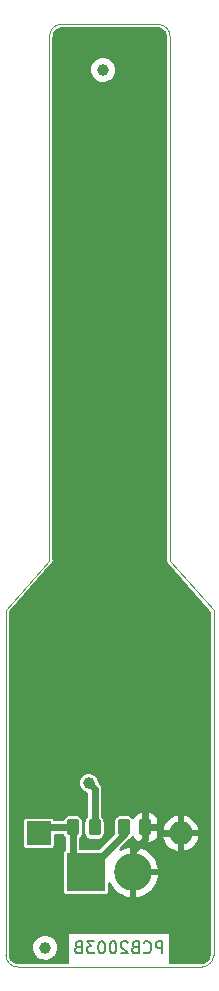
<source format=gbr>
%TF.GenerationSoftware,KiCad,Pcbnew,6.0.2-378541a8eb~116~ubuntu20.04.1*%
%TF.CreationDate,2022-02-19T19:42:58-08:00*%
%TF.ProjectId,menorah555_shamash,6d656e6f-7261-4683-9535-355f7368616d,B*%
%TF.SameCoordinates,Original*%
%TF.FileFunction,Copper,L2,Bot*%
%TF.FilePolarity,Positive*%
%FSLAX46Y46*%
G04 Gerber Fmt 4.6, Leading zero omitted, Abs format (unit mm)*
G04 Created by KiCad (PCBNEW 6.0.2-378541a8eb~116~ubuntu20.04.1) date 2022-02-19 19:42:58*
%MOMM*%
%LPD*%
G01*
G04 APERTURE LIST*
G04 Aperture macros list*
%AMRoundRect*
0 Rectangle with rounded corners*
0 $1 Rounding radius*
0 $2 $3 $4 $5 $6 $7 $8 $9 X,Y pos of 4 corners*
0 Add a 4 corners polygon primitive as box body*
4,1,4,$2,$3,$4,$5,$6,$7,$8,$9,$2,$3,0*
0 Add four circle primitives for the rounded corners*
1,1,$1+$1,$2,$3*
1,1,$1+$1,$4,$5*
1,1,$1+$1,$6,$7*
1,1,$1+$1,$8,$9*
0 Add four rect primitives between the rounded corners*
20,1,$1+$1,$2,$3,$4,$5,0*
20,1,$1+$1,$4,$5,$6,$7,0*
20,1,$1+$1,$6,$7,$8,$9,0*
20,1,$1+$1,$8,$9,$2,$3,0*%
G04 Aperture macros list end*
%TA.AperFunction,Profile*%
%ADD10C,0.050000*%
%TD*%
%ADD11C,0.150000*%
%TA.AperFunction,NonConductor*%
%ADD12C,0.150000*%
%TD*%
%TA.AperFunction,ComponentPad*%
%ADD13R,2.000000X2.000000*%
%TD*%
%TA.AperFunction,ComponentPad*%
%ADD14O,2.000000X2.000000*%
%TD*%
%TA.AperFunction,ComponentPad*%
%ADD15R,3.200000X3.200000*%
%TD*%
%TA.AperFunction,ComponentPad*%
%ADD16O,3.200000X3.200000*%
%TD*%
%TA.AperFunction,SMDPad,CuDef*%
%ADD17RoundRect,0.250000X0.262500X0.450000X-0.262500X0.450000X-0.262500X-0.450000X0.262500X-0.450000X0*%
%TD*%
%TA.AperFunction,SMDPad,CuDef*%
%ADD18RoundRect,0.250000X-0.262500X-0.450000X0.262500X-0.450000X0.262500X0.450000X-0.262500X0.450000X0*%
%TD*%
%TA.AperFunction,SMDPad,CuDef*%
%ADD19C,1.000000*%
%TD*%
%TA.AperFunction,ViaPad*%
%ADD20C,1.000000*%
%TD*%
%TA.AperFunction,Conductor*%
%ADD21C,0.600000*%
%TD*%
G04 APERTURE END LIST*
D10*
X110100000Y-64800000D02*
X118300000Y-64800000D01*
X119300000Y-110200000D02*
X123000000Y-114400000D01*
X109100000Y-110200000D02*
X105400000Y-114400000D01*
X109100000Y-65800000D02*
X109100000Y-110200000D01*
X110100000Y-64800000D02*
G75*
G03*
X109100000Y-65800000I-1J-999999D01*
G01*
X105400000Y-114400000D02*
X105400000Y-143600000D01*
X123000000Y-114400000D02*
X123000000Y-143600000D01*
X119300000Y-65800000D02*
X119300000Y-110200000D01*
X119300000Y-65800000D02*
G75*
G03*
X118300000Y-64800000I-999999J1D01*
G01*
X122000000Y-144600000D02*
G75*
G03*
X123000000Y-143600000I1J999999D01*
G01*
X106400000Y-144600000D02*
X122000000Y-144600000D01*
X105400000Y-143600000D02*
G75*
G03*
X106400000Y-144600000I999999J-1D01*
G01*
D11*
D12*
X118666666Y-143452380D02*
X118666666Y-142452380D01*
X118285714Y-142452380D01*
X118190476Y-142500000D01*
X118142857Y-142547619D01*
X118095238Y-142642857D01*
X118095238Y-142785714D01*
X118142857Y-142880952D01*
X118190476Y-142928571D01*
X118285714Y-142976190D01*
X118666666Y-142976190D01*
X117095238Y-143357142D02*
X117142857Y-143404761D01*
X117285714Y-143452380D01*
X117380952Y-143452380D01*
X117523809Y-143404761D01*
X117619047Y-143309523D01*
X117666666Y-143214285D01*
X117714285Y-143023809D01*
X117714285Y-142880952D01*
X117666666Y-142690476D01*
X117619047Y-142595238D01*
X117523809Y-142500000D01*
X117380952Y-142452380D01*
X117285714Y-142452380D01*
X117142857Y-142500000D01*
X117095238Y-142547619D01*
X116333333Y-142928571D02*
X116190476Y-142976190D01*
X116142857Y-143023809D01*
X116095238Y-143119047D01*
X116095238Y-143261904D01*
X116142857Y-143357142D01*
X116190476Y-143404761D01*
X116285714Y-143452380D01*
X116666666Y-143452380D01*
X116666666Y-142452380D01*
X116333333Y-142452380D01*
X116238095Y-142500000D01*
X116190476Y-142547619D01*
X116142857Y-142642857D01*
X116142857Y-142738095D01*
X116190476Y-142833333D01*
X116238095Y-142880952D01*
X116333333Y-142928571D01*
X116666666Y-142928571D01*
X115714285Y-142547619D02*
X115666666Y-142500000D01*
X115571428Y-142452380D01*
X115333333Y-142452380D01*
X115238095Y-142500000D01*
X115190476Y-142547619D01*
X115142857Y-142642857D01*
X115142857Y-142738095D01*
X115190476Y-142880952D01*
X115761904Y-143452380D01*
X115142857Y-143452380D01*
X114523809Y-142452380D02*
X114428571Y-142452380D01*
X114333333Y-142500000D01*
X114285714Y-142547619D01*
X114238095Y-142642857D01*
X114190476Y-142833333D01*
X114190476Y-143071428D01*
X114238095Y-143261904D01*
X114285714Y-143357142D01*
X114333333Y-143404761D01*
X114428571Y-143452380D01*
X114523809Y-143452380D01*
X114619047Y-143404761D01*
X114666666Y-143357142D01*
X114714285Y-143261904D01*
X114761904Y-143071428D01*
X114761904Y-142833333D01*
X114714285Y-142642857D01*
X114666666Y-142547619D01*
X114619047Y-142500000D01*
X114523809Y-142452380D01*
X113571428Y-142452380D02*
X113476190Y-142452380D01*
X113380952Y-142500000D01*
X113333333Y-142547619D01*
X113285714Y-142642857D01*
X113238095Y-142833333D01*
X113238095Y-143071428D01*
X113285714Y-143261904D01*
X113333333Y-143357142D01*
X113380952Y-143404761D01*
X113476190Y-143452380D01*
X113571428Y-143452380D01*
X113666666Y-143404761D01*
X113714285Y-143357142D01*
X113761904Y-143261904D01*
X113809523Y-143071428D01*
X113809523Y-142833333D01*
X113761904Y-142642857D01*
X113714285Y-142547619D01*
X113666666Y-142500000D01*
X113571428Y-142452380D01*
X112904761Y-142452380D02*
X112285714Y-142452380D01*
X112619047Y-142833333D01*
X112476190Y-142833333D01*
X112380952Y-142880952D01*
X112333333Y-142928571D01*
X112285714Y-143023809D01*
X112285714Y-143261904D01*
X112333333Y-143357142D01*
X112380952Y-143404761D01*
X112476190Y-143452380D01*
X112761904Y-143452380D01*
X112857142Y-143404761D01*
X112904761Y-143357142D01*
X111523809Y-142928571D02*
X111380952Y-142976190D01*
X111333333Y-143023809D01*
X111285714Y-143119047D01*
X111285714Y-143261904D01*
X111333333Y-143357142D01*
X111380952Y-143404761D01*
X111476190Y-143452380D01*
X111857142Y-143452380D01*
X111857142Y-142452380D01*
X111523809Y-142452380D01*
X111428571Y-142500000D01*
X111380952Y-142547619D01*
X111333333Y-142642857D01*
X111333333Y-142738095D01*
X111380952Y-142833333D01*
X111428571Y-142880952D01*
X111523809Y-142928571D01*
X111857142Y-142928571D01*
D13*
%TO.P,C19,1*%
%TO.N,Net-(C19-Pad1)*%
X108200000Y-133300000D03*
D14*
%TO.P,C19,2*%
%TO.N,GND*%
X120200000Y-133300000D03*
%TD*%
D15*
%TO.P,J3,1,In*%
%TO.N,Net-(C19-Pad1)*%
X112200000Y-136600000D03*
D16*
%TO.P,J3,2,Ext*%
%TO.N,GND*%
X116200000Y-136600000D03*
%TD*%
D17*
%TO.P,R30,1*%
%TO.N,GND*%
X117225000Y-132800000D03*
%TO.P,R30,2*%
%TO.N,Net-(C19-Pad1)*%
X115400000Y-132800000D03*
%TD*%
D18*
%TO.P,R31,1*%
%TO.N,Net-(C19-Pad1)*%
X111087500Y-132800000D03*
%TO.P,R31,2*%
%TO.N,Net-(LED1-Pad2)*%
X112912500Y-132800000D03*
%TD*%
D19*
%TO.P,FID3,*%
%TO.N,*%
X113640000Y-68660000D03*
%TD*%
%TO.P,FID4,*%
%TO.N,*%
X108730000Y-142990000D03*
%TD*%
D20*
%TO.N,GND*%
X117900000Y-69200000D03*
X110300000Y-69200000D03*
X117230000Y-129110000D03*
%TO.N,Net-(LED1-Pad2)*%
X112430000Y-129020000D03*
%TD*%
D21*
%TO.N,GND*%
X116200000Y-136600000D02*
X116200000Y-134800000D01*
X117225000Y-133775000D02*
X117225000Y-132800000D01*
X116200000Y-134800000D02*
X117225000Y-133775000D01*
X118700000Y-133300000D02*
X118200000Y-132800000D01*
X118200000Y-132800000D02*
X117225000Y-132800000D01*
X120200000Y-133300000D02*
X118700000Y-133300000D01*
X117230000Y-129110000D02*
X117230000Y-132795000D01*
X117230000Y-132795000D02*
X117225000Y-132800000D01*
%TO.N,Net-(C19-Pad1)*%
X111087500Y-135487500D02*
X112200000Y-136600000D01*
X111087500Y-132800000D02*
X111087500Y-135487500D01*
X115400000Y-133400000D02*
X112200000Y-136600000D01*
X115400000Y-132800000D02*
X115400000Y-133400000D01*
X111087500Y-132800000D02*
X108700000Y-132800000D01*
X108700000Y-132800000D02*
X108200000Y-133300000D01*
%TO.N,Net-(LED1-Pad2)*%
X112912500Y-129502500D02*
X112430000Y-129020000D01*
X112912500Y-132800000D02*
X112912500Y-129502500D01*
%TD*%
%TA.AperFunction,Conductor*%
%TO.N,GND*%
G36*
X118287153Y-65056421D02*
G01*
X118300000Y-65058976D01*
X118312172Y-65056555D01*
X118319754Y-65056555D01*
X118332104Y-65057162D01*
X118433188Y-65067118D01*
X118457408Y-65071935D01*
X118573617Y-65107187D01*
X118596418Y-65116631D01*
X118703517Y-65173876D01*
X118724047Y-65187594D01*
X118817909Y-65264626D01*
X118835374Y-65282091D01*
X118912406Y-65375953D01*
X118926124Y-65396483D01*
X118983369Y-65503582D01*
X118992813Y-65526383D01*
X119028065Y-65642592D01*
X119032882Y-65666812D01*
X119042838Y-65767896D01*
X119043445Y-65780246D01*
X119043445Y-65787828D01*
X119041024Y-65800000D01*
X119043445Y-65812170D01*
X119043579Y-65812844D01*
X119046000Y-65837425D01*
X119046000Y-110150404D01*
X119044849Y-110159220D01*
X119045509Y-110159262D01*
X119044725Y-110171652D01*
X119041541Y-110183642D01*
X119043188Y-110195938D01*
X119045004Y-110209495D01*
X119045512Y-110213874D01*
X119046000Y-110218828D01*
X119046000Y-110225017D01*
X119048537Y-110237771D01*
X119049842Y-110245622D01*
X119054955Y-110283795D01*
X119059119Y-110290969D01*
X119060737Y-110299106D01*
X119067630Y-110309422D01*
X119067631Y-110309424D01*
X119082133Y-110331127D01*
X119086345Y-110337883D01*
X119092872Y-110349130D01*
X119096970Y-110353782D01*
X119099875Y-110357817D01*
X119102380Y-110361430D01*
X119116876Y-110383124D01*
X119127191Y-110390016D01*
X119135970Y-110398795D01*
X119135502Y-110399263D01*
X119142194Y-110405117D01*
X122646578Y-114383066D01*
X122714545Y-114460218D01*
X122744566Y-114524555D01*
X122746000Y-114543508D01*
X122746000Y-143562575D01*
X122743579Y-143587153D01*
X122741024Y-143600000D01*
X122743445Y-143612172D01*
X122743445Y-143619754D01*
X122742838Y-143632104D01*
X122732882Y-143733188D01*
X122728065Y-143757408D01*
X122692813Y-143873617D01*
X122683369Y-143896418D01*
X122626124Y-144003517D01*
X122612406Y-144024047D01*
X122535374Y-144117909D01*
X122517909Y-144135374D01*
X122424047Y-144212406D01*
X122403517Y-144226124D01*
X122296418Y-144283369D01*
X122273617Y-144292813D01*
X122157408Y-144328065D01*
X122133188Y-144332882D01*
X122032104Y-144342838D01*
X122019754Y-144343445D01*
X122012172Y-144343445D01*
X122000000Y-144341024D01*
X121987153Y-144343579D01*
X121962575Y-144346000D01*
X119349212Y-144346000D01*
X119281091Y-144325998D01*
X119234598Y-144272342D01*
X119224494Y-144202068D01*
X119226091Y-144193218D01*
X119230815Y-144171500D01*
X119233762Y-144171500D01*
X119233762Y-141828500D01*
X110766238Y-141828500D01*
X110766238Y-144171500D01*
X110771558Y-144171500D01*
X110775375Y-144184501D01*
X110775375Y-144255498D01*
X110736992Y-144315224D01*
X110672411Y-144344717D01*
X110654479Y-144346000D01*
X106437425Y-144346000D01*
X106412847Y-144343579D01*
X106400000Y-144341024D01*
X106387828Y-144343445D01*
X106380246Y-144343445D01*
X106367896Y-144342838D01*
X106266812Y-144332882D01*
X106242592Y-144328065D01*
X106126383Y-144292813D01*
X106103582Y-144283369D01*
X105996483Y-144226124D01*
X105975953Y-144212406D01*
X105882091Y-144135374D01*
X105864626Y-144117909D01*
X105787594Y-144024047D01*
X105773876Y-144003517D01*
X105716631Y-143896418D01*
X105707187Y-143873617D01*
X105671935Y-143757408D01*
X105667118Y-143733188D01*
X105657162Y-143632104D01*
X105656555Y-143619754D01*
X105656555Y-143612172D01*
X105658976Y-143600000D01*
X105656421Y-143587153D01*
X105654000Y-143562575D01*
X105654000Y-142975963D01*
X107724757Y-142975963D01*
X107741175Y-143171483D01*
X107795258Y-143360091D01*
X107798076Y-143365574D01*
X107882123Y-143529113D01*
X107882126Y-143529117D01*
X107884944Y-143534601D01*
X108006818Y-143688369D01*
X108011511Y-143692363D01*
X108011512Y-143692364D01*
X108073992Y-143745538D01*
X108156238Y-143815535D01*
X108161616Y-143818541D01*
X108161618Y-143818542D01*
X108197932Y-143838837D01*
X108327513Y-143911257D01*
X108514118Y-143971889D01*
X108708946Y-143995121D01*
X108715081Y-143994649D01*
X108715083Y-143994649D01*
X108898434Y-143980541D01*
X108898438Y-143980540D01*
X108904576Y-143980068D01*
X109093556Y-143927303D01*
X109268689Y-143838837D01*
X109298515Y-143815535D01*
X109418453Y-143721829D01*
X109423303Y-143718040D01*
X109453084Y-143683539D01*
X109547485Y-143574173D01*
X109547485Y-143574172D01*
X109551509Y-143569511D01*
X109648425Y-143398909D01*
X109710358Y-143212732D01*
X109734949Y-143018071D01*
X109735341Y-142990000D01*
X109716194Y-142794728D01*
X109714413Y-142788829D01*
X109714412Y-142788824D01*
X109661265Y-142612793D01*
X109659484Y-142606894D01*
X109567370Y-142433653D01*
X109443361Y-142281602D01*
X109292180Y-142156535D01*
X109119585Y-142063213D01*
X109025869Y-142034203D01*
X108938039Y-142007015D01*
X108938036Y-142007014D01*
X108932152Y-142005193D01*
X108926027Y-142004549D01*
X108926026Y-142004549D01*
X108743147Y-141985327D01*
X108743146Y-141985327D01*
X108737019Y-141984683D01*
X108614383Y-141995844D01*
X108547759Y-142001907D01*
X108547758Y-142001907D01*
X108541618Y-142002466D01*
X108535704Y-142004207D01*
X108535702Y-142004207D01*
X108406734Y-142042165D01*
X108353393Y-142057864D01*
X108347928Y-142060721D01*
X108184972Y-142145912D01*
X108184968Y-142145915D01*
X108179512Y-142148767D01*
X108174712Y-142152627D01*
X108174711Y-142152627D01*
X108140326Y-142180273D01*
X108026600Y-142271711D01*
X107900480Y-142422016D01*
X107897516Y-142427408D01*
X107897513Y-142427412D01*
X107818813Y-142570567D01*
X107805956Y-142593954D01*
X107746628Y-142780978D01*
X107724757Y-142975963D01*
X105654000Y-142975963D01*
X105654000Y-132274933D01*
X106945500Y-132274933D01*
X106945501Y-134325066D01*
X106960266Y-134399301D01*
X107016516Y-134483484D01*
X107100699Y-134539734D01*
X107174933Y-134554500D01*
X108199834Y-134554500D01*
X109225066Y-134554499D01*
X109260818Y-134547388D01*
X109287126Y-134542156D01*
X109287128Y-134542155D01*
X109299301Y-134539734D01*
X109309621Y-134532839D01*
X109309622Y-134532838D01*
X109373168Y-134490377D01*
X109383484Y-134483484D01*
X109439734Y-134399301D01*
X109454500Y-134325067D01*
X109454500Y-133480500D01*
X109474502Y-133412379D01*
X109528158Y-133365886D01*
X109580500Y-133354500D01*
X110238019Y-133354500D01*
X110306140Y-133374502D01*
X110352633Y-133428158D01*
X110356001Y-133436271D01*
X110377929Y-133494764D01*
X110383309Y-133501943D01*
X110383311Y-133501946D01*
X110426413Y-133559456D01*
X110464596Y-133610404D01*
X110471776Y-133615785D01*
X110482565Y-133623871D01*
X110525080Y-133680730D01*
X110533000Y-133724697D01*
X110533000Y-134671335D01*
X110512998Y-134739456D01*
X110477005Y-134776098D01*
X110416516Y-134816516D01*
X110360266Y-134900699D01*
X110345500Y-134974933D01*
X110345501Y-138225066D01*
X110360266Y-138299301D01*
X110367161Y-138309620D01*
X110367162Y-138309622D01*
X110390748Y-138344920D01*
X110416516Y-138383484D01*
X110500699Y-138439734D01*
X110574933Y-138454500D01*
X112199737Y-138454500D01*
X113825066Y-138454499D01*
X113860818Y-138447388D01*
X113887126Y-138442156D01*
X113887128Y-138442155D01*
X113899301Y-138439734D01*
X113909621Y-138432839D01*
X113909622Y-138432838D01*
X113973168Y-138390377D01*
X113983484Y-138383484D01*
X114039734Y-138299301D01*
X114054500Y-138225067D01*
X114054500Y-137556714D01*
X114074502Y-137488593D01*
X114128158Y-137442100D01*
X114198432Y-137431996D01*
X114263012Y-137461490D01*
X114293065Y-137500100D01*
X114379389Y-137671736D01*
X114383745Y-137679102D01*
X114541687Y-137908907D01*
X114546995Y-137915605D01*
X114734670Y-138121858D01*
X114740841Y-138127775D01*
X114954761Y-138306641D01*
X114961693Y-138311676D01*
X115197895Y-138459846D01*
X115205446Y-138463895D01*
X115459581Y-138578640D01*
X115467612Y-138581627D01*
X115734967Y-138660822D01*
X115743318Y-138662689D01*
X115928090Y-138690962D01*
X115941877Y-138689107D01*
X115946000Y-138675298D01*
X115946000Y-138674560D01*
X116454000Y-138674560D01*
X116458105Y-138688542D01*
X116471271Y-138690585D01*
X116591658Y-138676016D01*
X116600075Y-138674411D01*
X116869786Y-138603654D01*
X116877902Y-138600923D01*
X117135521Y-138494213D01*
X117143183Y-138490410D01*
X117383943Y-138349721D01*
X117391008Y-138344920D01*
X117610451Y-138172854D01*
X117616807Y-138167131D01*
X117810861Y-137966882D01*
X117816381Y-137960351D01*
X117981464Y-137735617D01*
X117986048Y-137728393D01*
X118119099Y-137483346D01*
X118122667Y-137475553D01*
X118221227Y-137214721D01*
X118223704Y-137206515D01*
X118285953Y-136934720D01*
X118287294Y-136926257D01*
X118292132Y-136872044D01*
X118289161Y-136857125D01*
X118277354Y-136854000D01*
X116472115Y-136854000D01*
X116456876Y-136858475D01*
X116455671Y-136859865D01*
X116454000Y-136867548D01*
X116454000Y-138674560D01*
X115946000Y-138674560D01*
X115946000Y-136327885D01*
X116454000Y-136327885D01*
X116458475Y-136343124D01*
X116459865Y-136344329D01*
X116467548Y-136346000D01*
X118277495Y-136346000D01*
X118292486Y-136341598D01*
X118294541Y-136330315D01*
X118293669Y-136317519D01*
X118292508Y-136309047D01*
X118235962Y-136035998D01*
X118233658Y-136027744D01*
X118140579Y-135764897D01*
X118137183Y-135757049D01*
X118009286Y-135509254D01*
X118004858Y-135501942D01*
X117844515Y-135273798D01*
X117839133Y-135267152D01*
X117649318Y-135062886D01*
X117643078Y-135057027D01*
X117427296Y-134880411D01*
X117420324Y-134875456D01*
X117182560Y-134729754D01*
X117174990Y-134725796D01*
X116919657Y-134613714D01*
X116911597Y-134610812D01*
X116643432Y-134534424D01*
X116635054Y-134532642D01*
X116471935Y-134509427D01*
X116457949Y-134511458D01*
X116454000Y-134524943D01*
X116454000Y-136327885D01*
X115946000Y-136327885D01*
X115946000Y-134525332D01*
X115941956Y-134511561D01*
X115928417Y-134509532D01*
X115786621Y-134528200D01*
X115778223Y-134529893D01*
X115509274Y-134603469D01*
X115501179Y-134606288D01*
X115244694Y-134715688D01*
X115237072Y-134719572D01*
X115183650Y-134751544D01*
X115114927Y-134769364D01*
X115047478Y-134747200D01*
X115002720Y-134692089D01*
X114994862Y-134621529D01*
X115029849Y-134554333D01*
X115781426Y-133802756D01*
X115785234Y-133799103D01*
X115824946Y-133762586D01*
X115824947Y-133762584D01*
X115831266Y-133756774D01*
X115835790Y-133749478D01*
X115841268Y-133742856D01*
X115843076Y-133744352D01*
X115886735Y-133705263D01*
X115896694Y-133701033D01*
X115907264Y-133697071D01*
X115914443Y-133691691D01*
X115914446Y-133691689D01*
X116015724Y-133615785D01*
X116022904Y-133610404D01*
X116061089Y-133559454D01*
X116117946Y-133516941D01*
X116188764Y-133511915D01*
X116251058Y-133545975D01*
X116270787Y-133574115D01*
X116271406Y-133573732D01*
X116360563Y-133717807D01*
X116369599Y-133729208D01*
X116484329Y-133843739D01*
X116495740Y-133852751D01*
X116633743Y-133937816D01*
X116646924Y-133943963D01*
X116801210Y-133995138D01*
X116814586Y-133998005D01*
X116908938Y-134007672D01*
X116915354Y-134008000D01*
X116952885Y-134008000D01*
X116968124Y-134003525D01*
X116969329Y-134002135D01*
X116971000Y-133994452D01*
X116971000Y-133989884D01*
X117479000Y-133989884D01*
X117483475Y-134005123D01*
X117484865Y-134006328D01*
X117492548Y-134007999D01*
X117534595Y-134007999D01*
X117541114Y-134007662D01*
X117636706Y-133997743D01*
X117650100Y-133994851D01*
X117804284Y-133943412D01*
X117817462Y-133937239D01*
X117955307Y-133851937D01*
X117966708Y-133842901D01*
X118081239Y-133728171D01*
X118090251Y-133716760D01*
X118175316Y-133578757D01*
X118180598Y-133567431D01*
X118713353Y-133567431D01*
X118760218Y-133762634D01*
X118763264Y-133772008D01*
X118850313Y-133982163D01*
X118854795Y-133990958D01*
X118973643Y-134184899D01*
X118979443Y-134192883D01*
X119127178Y-134365858D01*
X119134142Y-134372822D01*
X119307117Y-134520557D01*
X119315101Y-134526357D01*
X119509042Y-134645205D01*
X119517837Y-134649687D01*
X119727992Y-134736736D01*
X119737366Y-134739782D01*
X119928385Y-134785642D01*
X119942469Y-134784937D01*
X119946000Y-134776056D01*
X119946000Y-134771756D01*
X120454000Y-134771756D01*
X120457973Y-134785287D01*
X120467431Y-134786647D01*
X120662634Y-134739782D01*
X120672008Y-134736736D01*
X120882163Y-134649687D01*
X120890958Y-134645205D01*
X121084899Y-134526357D01*
X121092883Y-134520557D01*
X121265858Y-134372822D01*
X121272822Y-134365858D01*
X121420557Y-134192883D01*
X121426357Y-134184899D01*
X121545205Y-133990958D01*
X121549687Y-133982163D01*
X121636736Y-133772008D01*
X121639782Y-133762634D01*
X121685642Y-133571615D01*
X121684937Y-133557531D01*
X121676056Y-133554000D01*
X120472115Y-133554000D01*
X120456876Y-133558475D01*
X120455671Y-133559865D01*
X120454000Y-133567548D01*
X120454000Y-134771756D01*
X119946000Y-134771756D01*
X119946000Y-133572115D01*
X119941525Y-133556876D01*
X119940135Y-133555671D01*
X119932452Y-133554000D01*
X118728244Y-133554000D01*
X118714713Y-133557973D01*
X118713353Y-133567431D01*
X118180598Y-133567431D01*
X118181463Y-133565576D01*
X118232638Y-133411290D01*
X118235505Y-133397914D01*
X118245172Y-133303562D01*
X118245500Y-133297146D01*
X118245500Y-133072115D01*
X118241025Y-133056876D01*
X118239635Y-133055671D01*
X118231952Y-133054000D01*
X117497115Y-133054000D01*
X117481876Y-133058475D01*
X117480671Y-133059865D01*
X117479000Y-133067548D01*
X117479000Y-133989884D01*
X116971000Y-133989884D01*
X116971000Y-133028385D01*
X118714358Y-133028385D01*
X118715063Y-133042469D01*
X118723944Y-133046000D01*
X119927885Y-133046000D01*
X119943124Y-133041525D01*
X119944329Y-133040135D01*
X119946000Y-133032452D01*
X119946000Y-133027885D01*
X120454000Y-133027885D01*
X120458475Y-133043124D01*
X120459865Y-133044329D01*
X120467548Y-133046000D01*
X121671756Y-133046000D01*
X121685287Y-133042027D01*
X121686647Y-133032569D01*
X121639782Y-132837366D01*
X121636736Y-132827992D01*
X121549687Y-132617837D01*
X121545205Y-132609042D01*
X121426357Y-132415101D01*
X121420557Y-132407117D01*
X121272822Y-132234142D01*
X121265858Y-132227178D01*
X121092883Y-132079443D01*
X121084899Y-132073643D01*
X120890958Y-131954795D01*
X120882163Y-131950313D01*
X120672008Y-131863264D01*
X120662634Y-131860218D01*
X120471615Y-131814358D01*
X120457531Y-131815063D01*
X120454000Y-131823944D01*
X120454000Y-133027885D01*
X119946000Y-133027885D01*
X119946000Y-131828244D01*
X119942027Y-131814713D01*
X119932569Y-131813353D01*
X119737366Y-131860218D01*
X119727992Y-131863264D01*
X119517837Y-131950313D01*
X119509042Y-131954795D01*
X119315101Y-132073643D01*
X119307117Y-132079443D01*
X119134142Y-132227178D01*
X119127178Y-132234142D01*
X118979443Y-132407117D01*
X118973643Y-132415101D01*
X118854795Y-132609042D01*
X118850313Y-132617837D01*
X118763264Y-132827992D01*
X118760218Y-132837366D01*
X118714358Y-133028385D01*
X116971000Y-133028385D01*
X116971000Y-132527885D01*
X117479000Y-132527885D01*
X117483475Y-132543124D01*
X117484865Y-132544329D01*
X117492548Y-132546000D01*
X118227384Y-132546000D01*
X118242623Y-132541525D01*
X118243828Y-132540135D01*
X118245499Y-132532452D01*
X118245499Y-132302905D01*
X118245162Y-132296386D01*
X118235243Y-132200794D01*
X118232351Y-132187400D01*
X118180912Y-132033216D01*
X118174739Y-132020038D01*
X118089437Y-131882193D01*
X118080401Y-131870792D01*
X117965671Y-131756261D01*
X117954260Y-131747249D01*
X117816257Y-131662184D01*
X117803076Y-131656037D01*
X117648790Y-131604862D01*
X117635414Y-131601995D01*
X117541062Y-131592328D01*
X117534645Y-131592000D01*
X117497115Y-131592000D01*
X117481876Y-131596475D01*
X117480671Y-131597865D01*
X117479000Y-131605548D01*
X117479000Y-132527885D01*
X116971000Y-132527885D01*
X116971000Y-131610116D01*
X116966525Y-131594877D01*
X116965135Y-131593672D01*
X116957452Y-131592001D01*
X116915405Y-131592001D01*
X116908886Y-131592338D01*
X116813294Y-131602257D01*
X116799900Y-131605149D01*
X116645716Y-131656588D01*
X116632538Y-131662761D01*
X116494693Y-131748063D01*
X116483292Y-131757099D01*
X116368761Y-131871829D01*
X116359749Y-131883240D01*
X116270842Y-132027475D01*
X116268964Y-132026317D01*
X116229168Y-132071505D01*
X116160889Y-132090959D01*
X116092931Y-132070410D01*
X116061078Y-132040532D01*
X116022904Y-131989596D01*
X115929068Y-131919270D01*
X115914446Y-131908311D01*
X115914443Y-131908309D01*
X115907264Y-131902929D01*
X115817546Y-131869296D01*
X115779343Y-131854974D01*
X115779341Y-131854974D01*
X115771948Y-131852202D01*
X115764098Y-131851349D01*
X115764097Y-131851349D01*
X115713653Y-131845869D01*
X115713652Y-131845869D01*
X115710256Y-131845500D01*
X115089744Y-131845500D01*
X115086348Y-131845869D01*
X115086347Y-131845869D01*
X115035903Y-131851349D01*
X115035902Y-131851349D01*
X115028052Y-131852202D01*
X115020659Y-131854974D01*
X115020657Y-131854974D01*
X114982454Y-131869296D01*
X114892736Y-131902929D01*
X114885557Y-131908309D01*
X114885554Y-131908311D01*
X114870932Y-131919270D01*
X114777096Y-131989596D01*
X114771715Y-131996776D01*
X114695811Y-132098054D01*
X114695809Y-132098057D01*
X114690429Y-132105236D01*
X114668501Y-132163729D01*
X114644716Y-132227178D01*
X114639702Y-132240552D01*
X114633000Y-132302244D01*
X114633000Y-133297756D01*
X114634815Y-133314467D01*
X114622290Y-133384347D01*
X114598648Y-133417171D01*
X113307224Y-134708595D01*
X113244912Y-134742621D01*
X113218129Y-134745500D01*
X112793401Y-134745500D01*
X111768000Y-134745501D01*
X111699879Y-134725499D01*
X111653386Y-134671843D01*
X111642000Y-134619501D01*
X111642000Y-133724697D01*
X111662002Y-133656576D01*
X111692435Y-133623871D01*
X111703224Y-133615785D01*
X111710404Y-133610404D01*
X111748587Y-133559456D01*
X111791689Y-133501946D01*
X111791691Y-133501943D01*
X111797071Y-133494764D01*
X111847798Y-133359448D01*
X111854500Y-133297756D01*
X111854500Y-132302244D01*
X111847798Y-132240552D01*
X111842785Y-132227178D01*
X111818999Y-132163729D01*
X111797071Y-132105236D01*
X111791691Y-132098057D01*
X111791689Y-132098054D01*
X111715785Y-131996776D01*
X111710404Y-131989596D01*
X111616568Y-131919270D01*
X111601946Y-131908311D01*
X111601943Y-131908309D01*
X111594764Y-131902929D01*
X111505046Y-131869296D01*
X111466843Y-131854974D01*
X111466841Y-131854974D01*
X111459448Y-131852202D01*
X111451598Y-131851349D01*
X111451597Y-131851349D01*
X111401153Y-131845869D01*
X111401152Y-131845869D01*
X111397756Y-131845500D01*
X110777244Y-131845500D01*
X110773848Y-131845869D01*
X110773847Y-131845869D01*
X110723403Y-131851349D01*
X110723402Y-131851349D01*
X110715552Y-131852202D01*
X110708159Y-131854974D01*
X110708157Y-131854974D01*
X110669954Y-131869296D01*
X110580236Y-131902929D01*
X110573057Y-131908309D01*
X110573054Y-131908311D01*
X110558432Y-131919270D01*
X110464596Y-131989596D01*
X110459215Y-131996776D01*
X110383311Y-132098054D01*
X110383309Y-132098057D01*
X110377929Y-132105236D01*
X110369833Y-132126832D01*
X110356001Y-132163729D01*
X110313360Y-132220494D01*
X110246798Y-132245194D01*
X110238019Y-132245500D01*
X109537017Y-132245500D01*
X109468896Y-132225498D01*
X109432252Y-132189502D01*
X109430848Y-132187400D01*
X109383484Y-132116516D01*
X109299301Y-132060266D01*
X109225067Y-132045500D01*
X108200166Y-132045500D01*
X107174934Y-132045501D01*
X107139182Y-132052612D01*
X107112874Y-132057844D01*
X107112872Y-132057845D01*
X107100699Y-132060266D01*
X107090379Y-132067161D01*
X107090378Y-132067162D01*
X107080679Y-132073643D01*
X107016516Y-132116516D01*
X106960266Y-132200699D01*
X106945500Y-132274933D01*
X105654000Y-132274933D01*
X105654000Y-129009399D01*
X111670800Y-129009399D01*
X111687318Y-129177862D01*
X111740748Y-129338479D01*
X111828435Y-129483267D01*
X111946021Y-129605031D01*
X112087660Y-129697717D01*
X112246315Y-129756720D01*
X112253299Y-129757652D01*
X112260130Y-129759355D01*
X112259506Y-129761857D01*
X112313524Y-129785854D01*
X112352523Y-129845181D01*
X112358000Y-129881926D01*
X112358000Y-131875303D01*
X112337998Y-131943424D01*
X112307565Y-131976129D01*
X112289596Y-131989596D01*
X112284215Y-131996776D01*
X112208311Y-132098054D01*
X112208309Y-132098057D01*
X112202929Y-132105236D01*
X112181001Y-132163729D01*
X112157216Y-132227178D01*
X112152202Y-132240552D01*
X112145500Y-132302244D01*
X112145500Y-133297756D01*
X112152202Y-133359448D01*
X112202929Y-133494764D01*
X112208309Y-133501943D01*
X112208311Y-133501946D01*
X112251413Y-133559456D01*
X112289596Y-133610404D01*
X112296776Y-133615785D01*
X112398054Y-133691689D01*
X112398057Y-133691691D01*
X112405236Y-133697071D01*
X112488196Y-133728171D01*
X112533157Y-133745026D01*
X112533159Y-133745026D01*
X112540552Y-133747798D01*
X112548402Y-133748651D01*
X112548403Y-133748651D01*
X112598847Y-133754131D01*
X112602244Y-133754500D01*
X113222756Y-133754500D01*
X113226153Y-133754131D01*
X113276597Y-133748651D01*
X113276598Y-133748651D01*
X113284448Y-133747798D01*
X113291841Y-133745026D01*
X113291843Y-133745026D01*
X113336804Y-133728171D01*
X113419764Y-133697071D01*
X113426943Y-133691691D01*
X113426946Y-133691689D01*
X113528224Y-133615785D01*
X113535404Y-133610404D01*
X113573587Y-133559456D01*
X113616689Y-133501946D01*
X113616691Y-133501943D01*
X113622071Y-133494764D01*
X113672798Y-133359448D01*
X113679500Y-133297756D01*
X113679500Y-132302244D01*
X113672798Y-132240552D01*
X113667785Y-132227178D01*
X113643999Y-132163729D01*
X113622071Y-132105236D01*
X113616691Y-132098057D01*
X113616689Y-132098054D01*
X113540785Y-131996776D01*
X113535404Y-131989596D01*
X113517435Y-131976129D01*
X113474920Y-131919270D01*
X113467000Y-131875303D01*
X113467000Y-129517575D01*
X113467110Y-129512299D01*
X113468114Y-129488333D01*
X113469728Y-129449826D01*
X113459712Y-129407122D01*
X113457549Y-129395449D01*
X113452761Y-129360495D01*
X113451595Y-129351982D01*
X113445547Y-129338006D01*
X113438513Y-129316737D01*
X113436998Y-129310278D01*
X113435037Y-129301917D01*
X113413897Y-129263463D01*
X113408682Y-129252817D01*
X113394670Y-129220437D01*
X113394668Y-129220433D01*
X113391258Y-129212554D01*
X113381679Y-129200725D01*
X113369188Y-129182137D01*
X113361848Y-129168785D01*
X113354790Y-129160609D01*
X113330047Y-129135866D01*
X113321221Y-129126065D01*
X113301056Y-129101162D01*
X113301053Y-129101159D01*
X113295650Y-129094487D01*
X113280136Y-129083462D01*
X113264036Y-129069855D01*
X113217329Y-129023148D01*
X113183303Y-128960836D01*
X113181209Y-128948098D01*
X113171191Y-128858787D01*
X113170406Y-128851784D01*
X113164506Y-128834840D01*
X113152516Y-128800412D01*
X113114738Y-128691929D01*
X113025038Y-128548379D01*
X112905764Y-128428269D01*
X112762844Y-128337569D01*
X112735442Y-128327812D01*
X112610016Y-128283149D01*
X112610011Y-128283148D01*
X112603381Y-128280787D01*
X112596395Y-128279954D01*
X112596391Y-128279953D01*
X112477287Y-128265751D01*
X112435301Y-128260745D01*
X112428298Y-128261481D01*
X112428297Y-128261481D01*
X112273965Y-128277701D01*
X112273961Y-128277702D01*
X112266957Y-128278438D01*
X112260286Y-128280709D01*
X112113387Y-128330717D01*
X112113384Y-128330718D01*
X112106717Y-128332988D01*
X112100719Y-128336678D01*
X112100717Y-128336679D01*
X111968543Y-128417993D01*
X111968541Y-128417995D01*
X111962544Y-128421684D01*
X111841605Y-128540117D01*
X111749909Y-128682400D01*
X111747498Y-128689025D01*
X111694425Y-128834840D01*
X111694424Y-128834845D01*
X111692015Y-128841463D01*
X111670800Y-129009399D01*
X105654000Y-129009399D01*
X105654000Y-114543507D01*
X105674002Y-114475386D01*
X105685455Y-114460217D01*
X105753422Y-114383066D01*
X109257806Y-110405117D01*
X109264498Y-110399263D01*
X109264030Y-110398795D01*
X109272809Y-110390016D01*
X109283124Y-110383124D01*
X109297620Y-110361430D01*
X109300125Y-110357817D01*
X109303030Y-110353782D01*
X109307128Y-110349130D01*
X109313655Y-110337883D01*
X109317867Y-110331127D01*
X109332369Y-110309424D01*
X109332370Y-110309422D01*
X109339263Y-110299106D01*
X109340881Y-110290969D01*
X109345045Y-110283795D01*
X109350158Y-110245622D01*
X109351463Y-110237771D01*
X109354000Y-110225017D01*
X109354000Y-110218828D01*
X109354488Y-110213874D01*
X109354996Y-110209495D01*
X109356812Y-110195938D01*
X109358459Y-110183642D01*
X109355275Y-110171652D01*
X109354491Y-110159262D01*
X109355151Y-110159220D01*
X109354000Y-110150404D01*
X109354000Y-68645963D01*
X112634757Y-68645963D01*
X112651175Y-68841483D01*
X112705258Y-69030091D01*
X112708076Y-69035574D01*
X112792123Y-69199113D01*
X112792126Y-69199117D01*
X112794944Y-69204601D01*
X112916818Y-69358369D01*
X113066238Y-69485535D01*
X113071616Y-69488541D01*
X113071618Y-69488542D01*
X113107932Y-69508837D01*
X113237513Y-69581257D01*
X113424118Y-69641889D01*
X113618946Y-69665121D01*
X113625081Y-69664649D01*
X113625083Y-69664649D01*
X113808434Y-69650541D01*
X113808438Y-69650540D01*
X113814576Y-69650068D01*
X114003556Y-69597303D01*
X114178689Y-69508837D01*
X114208515Y-69485535D01*
X114328453Y-69391829D01*
X114333303Y-69388040D01*
X114363084Y-69353539D01*
X114457485Y-69244173D01*
X114457485Y-69244172D01*
X114461509Y-69239511D01*
X114558425Y-69068909D01*
X114620358Y-68882732D01*
X114644949Y-68688071D01*
X114645341Y-68660000D01*
X114626194Y-68464728D01*
X114624413Y-68458829D01*
X114624412Y-68458824D01*
X114571265Y-68282793D01*
X114569484Y-68276894D01*
X114477370Y-68103653D01*
X114353361Y-67951602D01*
X114202180Y-67826535D01*
X114029585Y-67733213D01*
X113935868Y-67704203D01*
X113848039Y-67677015D01*
X113848036Y-67677014D01*
X113842152Y-67675193D01*
X113836027Y-67674549D01*
X113836026Y-67674549D01*
X113653147Y-67655327D01*
X113653146Y-67655327D01*
X113647019Y-67654683D01*
X113524383Y-67665844D01*
X113457759Y-67671907D01*
X113457758Y-67671907D01*
X113451618Y-67672466D01*
X113445704Y-67674207D01*
X113445702Y-67674207D01*
X113316734Y-67712165D01*
X113263393Y-67727864D01*
X113257928Y-67730721D01*
X113094972Y-67815912D01*
X113094968Y-67815915D01*
X113089512Y-67818767D01*
X113084712Y-67822627D01*
X113084711Y-67822627D01*
X113050326Y-67850273D01*
X112936600Y-67941711D01*
X112810480Y-68092016D01*
X112807516Y-68097408D01*
X112807513Y-68097412D01*
X112728813Y-68240567D01*
X112715956Y-68263954D01*
X112656628Y-68450978D01*
X112634757Y-68645963D01*
X109354000Y-68645963D01*
X109354000Y-65837425D01*
X109356421Y-65812844D01*
X109356555Y-65812170D01*
X109358976Y-65800000D01*
X109356555Y-65787828D01*
X109356555Y-65780246D01*
X109357162Y-65767896D01*
X109367118Y-65666812D01*
X109371935Y-65642592D01*
X109407187Y-65526383D01*
X109416631Y-65503582D01*
X109473876Y-65396483D01*
X109487594Y-65375953D01*
X109564626Y-65282091D01*
X109582091Y-65264626D01*
X109675953Y-65187594D01*
X109696483Y-65173876D01*
X109803582Y-65116631D01*
X109826383Y-65107187D01*
X109942592Y-65071935D01*
X109966812Y-65067118D01*
X110067896Y-65057162D01*
X110080246Y-65056555D01*
X110087828Y-65056555D01*
X110100000Y-65058976D01*
X110112847Y-65056421D01*
X110137425Y-65054000D01*
X118262575Y-65054000D01*
X118287153Y-65056421D01*
G37*
%TD.AperFunction*%
%TD*%
M02*

</source>
